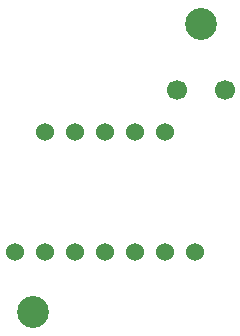
<source format=gbr>
%TF.GenerationSoftware,KiCad,Pcbnew,7.0.8*%
%TF.CreationDate,2024-11-10T19:24:17+09:00*%
%TF.ProjectId,LSM_Module_V0.1.0,4c534d5f-4d6f-4647-956c-655f56302e31,rev?*%
%TF.SameCoordinates,Original*%
%TF.FileFunction,Soldermask,Bot*%
%TF.FilePolarity,Negative*%
%FSLAX46Y46*%
G04 Gerber Fmt 4.6, Leading zero omitted, Abs format (unit mm)*
G04 Created by KiCad (PCBNEW 7.0.8) date 2024-11-10 19:24:17*
%MOMM*%
%LPD*%
G01*
G04 APERTURE LIST*
%ADD10C,1.700000*%
%ADD11C,2.700000*%
%ADD12C,1.524000*%
G04 APERTURE END LIST*
D10*
%TO.C,J1*%
X16256000Y-9652000D03*
%TD*%
D11*
%TO.C,M2.5*%
X4064000Y-28448000D03*
%TD*%
D10*
%TO.C,J2*%
X20320000Y-9652000D03*
%TD*%
D11*
%TO.C,M2.5*%
X18288000Y-4064000D03*
%TD*%
D12*
%TO.C,U2*%
X2540000Y-23368000D03*
X5080000Y-23368000D03*
X7620000Y-23368000D03*
X10160000Y-23368000D03*
X12700000Y-23368000D03*
X15240000Y-23368000D03*
X17780000Y-23368000D03*
X5080000Y-13208000D03*
X7620000Y-13208000D03*
X10160000Y-13208000D03*
X12700000Y-13208000D03*
X15240000Y-13208000D03*
%TD*%
M02*

</source>
